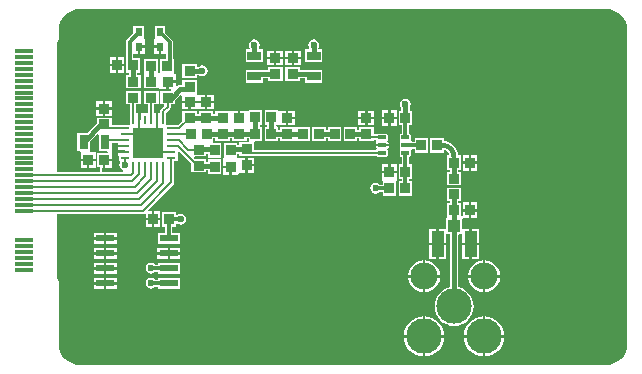
<source format=gbr>
%TF.GenerationSoftware,Altium Limited,Altium Designer,21.0.9 (235)*%
G04 Layer_Physical_Order=1*
G04 Layer_Color=255*
%FSLAX45Y45*%
%MOMM*%
%TF.SameCoordinates,AC475015-D6B4-46CC-9676-AAA7C481E667*%
%TF.FilePolarity,Positive*%
%TF.FileFunction,Copper,L1,Top,Signal*%
%TF.Part,Single*%
G01*
G75*
%TA.AperFunction,Conductor*%
%ADD10C,0.40000*%
%TA.AperFunction,SMDPad,CuDef*%
%ADD11R,1.00000X1.00000*%
%ADD12R,1.00000X2.20000*%
%TA.AperFunction,ConnectorPad*%
%ADD13R,1.50000X0.35000*%
%TA.AperFunction,SMDPad,CuDef*%
%ADD14R,0.85000X0.95000*%
%ADD15R,0.95000X0.85000*%
%ADD16R,1.55000X0.60000*%
%ADD17R,2.64160X2.64160*%
%ADD18R,0.75720X0.25480*%
%ADD19R,0.25480X0.75720*%
G04:AMPARAMS|DCode=20|XSize=0.35mm|YSize=0.65mm|CornerRadius=0.04375mm|HoleSize=0mm|Usage=FLASHONLY|Rotation=270.000|XOffset=0mm|YOffset=0mm|HoleType=Round|Shape=RoundedRectangle|*
%AMROUNDEDRECTD20*
21,1,0.35000,0.56250,0,0,270.0*
21,1,0.26250,0.65000,0,0,270.0*
1,1,0.08750,-0.28125,-0.13125*
1,1,0.08750,-0.28125,0.13125*
1,1,0.08750,0.28125,0.13125*
1,1,0.08750,0.28125,-0.13125*
%
%ADD20ROUNDEDRECTD20*%
%ADD21R,0.80000X1.20000*%
%ADD22R,0.60000X0.80000*%
%ADD23R,1.20000X0.80000*%
%TA.AperFunction,Conductor*%
%ADD24C,0.30000*%
%ADD25C,0.20000*%
%TA.AperFunction,ComponentPad*%
%ADD26C,2.30000*%
%ADD27C,3.00000*%
%TA.AperFunction,ViaPad*%
G04:AMPARAMS|DCode=28|XSize=8.5mm|YSize=7mm|CornerRadius=3.5mm|HoleSize=0mm|Usage=FLASHONLY|Rotation=180.000|XOffset=0mm|YOffset=0mm|HoleType=Round|Shape=RoundedRectangle|*
%AMROUNDEDRECTD28*
21,1,8.50000,0.00000,0,0,180.0*
21,1,1.50000,7.00000,0,0,180.0*
1,1,7.00000,-0.75000,0.00000*
1,1,7.00000,0.75000,0.00000*
1,1,7.00000,0.75000,0.00000*
1,1,7.00000,-0.75000,0.00000*
%
%ADD28ROUNDEDRECTD28*%
%ADD29C,0.70000*%
%ADD30C,0.60000*%
G36*
X4724999Y-17895D02*
X4760526Y-21394D01*
X4794688Y-31757D01*
X4826172Y-48585D01*
X4853768Y-71233D01*
X4876415Y-98828D01*
X4893243Y-130312D01*
X4903606Y-164474D01*
X4907106Y-200002D01*
X4907155D01*
X4907155Y-200002D01*
Y-2850000D01*
X4907105D01*
X4903606Y-2885527D01*
X4893243Y-2919689D01*
X4876414Y-2951173D01*
X4853767Y-2978769D01*
X4826171Y-3001416D01*
X4794687Y-3018245D01*
X4760525Y-3028608D01*
X4724998Y-3032107D01*
Y-3032157D01*
X275000D01*
Y-3032107D01*
X239473Y-3028608D01*
X205311Y-3018245D01*
X173827Y-3001416D01*
X146231Y-2978769D01*
X123584Y-2951173D01*
X106755Y-2919689D01*
X96392Y-2885527D01*
X92893Y-2850000D01*
X92843D01*
Y-2372504D01*
X92843Y-2372502D01*
X92843Y-2372500D01*
Y-2342500D01*
X93083D01*
X90763Y-2324879D01*
X83961Y-2308459D01*
X75000Y-2296780D01*
Y-1750489D01*
X807501D01*
X814799Y-1749037D01*
X823478Y-1753669D01*
X827500Y-1756978D01*
Y-1787500D01*
X880000D01*
Y-1730000D01*
X855141D01*
X850281Y-1718267D01*
X1064634Y-1503914D01*
X1070159Y-1495644D01*
X1072100Y-1485890D01*
Y-1302740D01*
X1099470D01*
Y-1257740D01*
X1104470D01*
Y-1229611D01*
X1116203Y-1224751D01*
X1215000Y-1323548D01*
Y-1400000D01*
X1340000D01*
Y-1380686D01*
X1355000D01*
Y-1415000D01*
X1470000D01*
Y-1290000D01*
X1355000D01*
Y-1309314D01*
X1340000D01*
Y-1285000D01*
X1248608D01*
X1241263Y-1276094D01*
X1246003Y-1265000D01*
X1340000D01*
Y-1240686D01*
X1355000D01*
Y-1275000D01*
X1470000D01*
Y-1150000D01*
X1402983D01*
X1402500Y-1137500D01*
X1402500Y-1137300D01*
Y-1110686D01*
X1417500D01*
Y-1132500D01*
X1542500D01*
Y-1110686D01*
X1557500D01*
Y-1132500D01*
X1682500D01*
Y-1110686D01*
X1700000D01*
Y-1134800D01*
X1700000Y-1137500D01*
X1693482Y-1147500D01*
X1620000D01*
Y-1169314D01*
X1605000D01*
Y-1150000D01*
X1490000D01*
Y-1272300D01*
X1490000Y-1274371D01*
X1485000Y-1285000D01*
X1485000Y-1285629D01*
Y-1342500D01*
X1547500D01*
Y-1352500D01*
X1557500D01*
Y-1420000D01*
X1610000D01*
Y-1413129D01*
X1615000Y-1402500D01*
X1622700Y-1402500D01*
X1672500D01*
Y-1340001D01*
Y-1277500D01*
X1616664Y-1277500D01*
X1614185Y-1276968D01*
X1605000Y-1270981D01*
Y-1240686D01*
X1620000D01*
Y-1262500D01*
X1745000D01*
Y-1260489D01*
X2789335D01*
X2790407Y-1262093D01*
X2796816Y-1266375D01*
X2804375Y-1267879D01*
X2860625D01*
X2868185Y-1266375D01*
X2874594Y-1262093D01*
X2878876Y-1255684D01*
X2880380Y-1248125D01*
Y-1221875D01*
X2878876Y-1214315D01*
X2874594Y-1207907D01*
X2880813Y-1196787D01*
X2883586Y-1192637D01*
X2885478Y-1183126D01*
Y-1180001D01*
X2832500D01*
X2779523D01*
Y-1183126D01*
X2781415Y-1192637D01*
X2784188Y-1196787D01*
X2784202Y-1196812D01*
X2779107Y-1208943D01*
X2778577Y-1209510D01*
X1745000D01*
Y-1150200D01*
X1745000Y-1147500D01*
X1751519Y-1137500D01*
X1815000D01*
Y-1012500D01*
X1793186D01*
Y-997500D01*
X1815000D01*
Y-872500D01*
X1700000D01*
Y-877017D01*
X1687500Y-877500D01*
X1687300Y-877500D01*
X1630000D01*
Y-940000D01*
X1610000D01*
Y-877500D01*
X1553129D01*
X1552500Y-877500D01*
X1541871Y-882500D01*
X1539800Y-882500D01*
X1417500D01*
Y-904314D01*
X1402500D01*
Y-882500D01*
X1277500D01*
Y-904314D01*
X1262500D01*
Y-882500D01*
X1137500D01*
Y-966452D01*
X1110566Y-993387D01*
X1099470Y-997260D01*
X1099470Y-997260D01*
Y-997260D01*
X1099469Y-997260D01*
X1002740D01*
Y-900531D01*
X1002740Y-900530D01*
X1002740D01*
X1002740Y-900530D01*
X1006613Y-889434D01*
X1033024Y-863024D01*
X1038550Y-854754D01*
X1040490Y-845000D01*
Y-825000D01*
X1077500D01*
Y-788003D01*
X1119800Y-745703D01*
X1132500Y-750963D01*
Y-795000D01*
X1200000D01*
Y-805000D01*
X1210000D01*
Y-867500D01*
X1259800D01*
X1267500Y-867500D01*
X1280200Y-867500D01*
X1330001D01*
Y-805000D01*
Y-742500D01*
X1280200D01*
X1267500Y-742500D01*
X1262500Y-731872D01*
X1262500Y-729800D01*
Y-617500D01*
X1137500D01*
Y-659314D01*
X1120036D01*
X1106380Y-662031D01*
X1095200Y-669500D01*
X1089635Y-668430D01*
X1082500Y-665475D01*
Y-642501D01*
X1025000D01*
Y-695000D01*
X1040190D01*
X1046978Y-707700D01*
X1045441Y-710000D01*
X952500D01*
Y-825000D01*
X981644D01*
X986252Y-837700D01*
X956976Y-866976D01*
X951451Y-875245D01*
X949510Y-885000D01*
Y-895530D01*
X935000D01*
Y-953390D01*
X915000D01*
Y-895530D01*
X900490D01*
Y-825000D01*
X937500D01*
Y-710000D01*
X812500D01*
Y-825000D01*
X849510D01*
Y-900530D01*
X807740D01*
Y-895530D01*
X784999D01*
Y-953390D01*
X764999D01*
Y-895530D01*
X750490D01*
Y-825000D01*
X787500D01*
Y-710000D01*
X662500D01*
Y-825000D01*
X699510D01*
Y-900530D01*
X697260D01*
Y-997260D01*
X600530D01*
Y-999510D01*
X540000D01*
Y-937500D01*
X415000D01*
Y-982033D01*
X329533Y-1067500D01*
X250000D01*
Y-1217500D01*
X273481D01*
X280000Y-1227500D01*
X280000Y-1230200D01*
Y-1285000D01*
X342499D01*
X405000D01*
Y-1227500D01*
X366519D01*
X360000Y-1217500D01*
X360000Y-1214800D01*
Y-1137967D01*
X418267Y-1079700D01*
X430000Y-1084561D01*
Y-1217500D01*
X501342D01*
X510383Y-1230200D01*
X509586Y-1232500D01*
X420000D01*
Y-1357500D01*
X442923D01*
X446264Y-1362500D01*
Y-1399510D01*
X75000D01*
Y-303220D01*
X83961Y-291541D01*
X90763Y-275121D01*
X93083Y-257500D01*
X92843D01*
Y-200002D01*
X92891D01*
X96390Y-164475D01*
X106753Y-130312D01*
X123582Y-98829D01*
X146229Y-71233D01*
X173825Y-48585D01*
X205309Y-31757D01*
X239471Y-21394D01*
X274998Y-17895D01*
X275000Y-17845D01*
X4724999D01*
Y-17895D01*
D02*
G37*
G36*
X595530Y-1165000D02*
X653390D01*
Y-1185000D01*
X595530D01*
Y-1207740D01*
X595530D01*
Y-1215000D01*
X653390D01*
Y-1235000D01*
X595530D01*
Y-1257740D01*
X600530D01*
Y-1302740D01*
X608001D01*
X614789Y-1315440D01*
X610111Y-1322442D01*
X606619Y-1340000D01*
X610111Y-1357558D01*
X620057Y-1372443D01*
X634942Y-1382389D01*
X637500Y-1382898D01*
Y-1399510D01*
X462500D01*
Y-1362500D01*
X467499D01*
Y-1295000D01*
X477499D01*
Y-1285000D01*
X540000D01*
Y-1227500D01*
X540000D01*
X540001Y-1217499D01*
X540000D01*
Y-1150490D01*
X595530D01*
Y-1165000D01*
D02*
G37*
%LPC*%
G36*
X820000Y-345000D02*
X780000D01*
Y-395000D01*
X820000D01*
Y-345000D01*
D02*
G37*
G36*
X940000Y-345000D02*
X900000D01*
Y-395000D01*
X940000D01*
Y-345000D01*
D02*
G37*
G36*
X2142500Y-370000D02*
X2085000D01*
Y-422500D01*
X2142500D01*
Y-370000D01*
D02*
G37*
G36*
X1992500D02*
X1935000D01*
Y-422500D01*
X1992500D01*
Y-370000D01*
D02*
G37*
G36*
X1915000D02*
X1857500D01*
Y-422500D01*
X1915000D01*
Y-370000D01*
D02*
G37*
G36*
X2065000D02*
X2007500D01*
Y-422500D01*
X2065000D01*
Y-370000D01*
D02*
G37*
G36*
X2250000Y-274119D02*
X2232442Y-277611D01*
X2217557Y-287557D01*
X2207611Y-302442D01*
X2204119Y-320000D01*
X2207611Y-337558D01*
X2214121Y-347300D01*
X2211767Y-360000D01*
X2175000D01*
Y-470000D01*
X2325000D01*
Y-360000D01*
X2288233D01*
X2285880Y-347300D01*
X2292389Y-337558D01*
X2295882Y-320000D01*
X2292389Y-302442D01*
X2282443Y-287557D01*
X2267558Y-277611D01*
X2250000Y-274119D01*
D02*
G37*
G36*
X1750000D02*
X1732442Y-277611D01*
X1717557Y-287557D01*
X1707611Y-302442D01*
X1704119Y-320000D01*
X1707611Y-337558D01*
X1714121Y-347300D01*
X1711767Y-360000D01*
X1675000D01*
Y-470000D01*
X1825000D01*
Y-360000D01*
X1788233D01*
X1785880Y-347300D01*
X1792389Y-337558D01*
X1795882Y-320000D01*
X1792389Y-302442D01*
X1782443Y-287557D01*
X1767558Y-277611D01*
X1750000Y-274119D01*
D02*
G37*
G36*
X647500Y-425000D02*
X595000D01*
Y-482500D01*
X647500D01*
Y-425000D01*
D02*
G37*
G36*
X575000D02*
X522500D01*
Y-482500D01*
X575000D01*
Y-425000D01*
D02*
G37*
G36*
X2142500Y-442500D02*
X2085000D01*
Y-495000D01*
X2142500D01*
Y-442500D01*
D02*
G37*
G36*
X2065000D02*
X2007500D01*
Y-495000D01*
X2065000D01*
Y-442500D01*
D02*
G37*
G36*
X1992500D02*
X1935000D01*
Y-495000D01*
X1992500D01*
Y-442500D01*
D02*
G37*
G36*
X1915000D02*
X1857500D01*
Y-495000D01*
X1915000D01*
Y-442500D01*
D02*
G37*
G36*
X1987500Y-510000D02*
X1862500D01*
Y-531814D01*
X1825000D01*
Y-530000D01*
X1675000D01*
Y-640000D01*
X1825000D01*
Y-603186D01*
X1862500D01*
Y-625000D01*
X1987500D01*
Y-510000D01*
D02*
G37*
G36*
X647500Y-502500D02*
X595000D01*
Y-560000D01*
X647500D01*
Y-502500D01*
D02*
G37*
G36*
X575000D02*
X522500D01*
Y-560000D01*
X575000D01*
Y-502500D01*
D02*
G37*
G36*
X995000Y-160000D02*
X905000D01*
Y-264371D01*
X900000Y-275000D01*
X900000D01*
X900000Y-275001D01*
Y-325000D01*
X950000D01*
Y-335000D01*
X960000D01*
Y-395000D01*
X1000000D01*
X1001912Y-406908D01*
Y-437500D01*
X952500D01*
X952500Y-559371D01*
X952155Y-560104D01*
X935983Y-565117D01*
X932520Y-563012D01*
X932500Y-562500D01*
X932500D01*
Y-437500D01*
X817500D01*
Y-562500D01*
X817500D01*
X817017Y-575000D01*
X812500D01*
Y-690000D01*
X934800D01*
X936872Y-690000D01*
X947500Y-695000D01*
X948129Y-695000D01*
X1005000D01*
Y-632501D01*
X1015000D01*
Y-622501D01*
X1082500D01*
Y-570000D01*
X1077094D01*
X1067500Y-562500D01*
X1067500Y-557300D01*
Y-437500D01*
X1063088D01*
Y-297501D01*
X1063088Y-297500D01*
X1060759Y-285794D01*
X1054129Y-275871D01*
X1054128Y-275870D01*
X995000Y-216742D01*
Y-160000D01*
D02*
G37*
G36*
X1262500Y-482500D02*
X1137500D01*
Y-597500D01*
X1262500D01*
Y-575686D01*
X1279910D01*
X1289942Y-582389D01*
X1307500Y-585881D01*
X1325058Y-582389D01*
X1339943Y-572443D01*
X1349889Y-557558D01*
X1353382Y-540000D01*
X1349889Y-522442D01*
X1339943Y-507557D01*
X1325058Y-497611D01*
X1307500Y-494118D01*
X1289942Y-497611D01*
X1279910Y-504314D01*
X1262500D01*
Y-482500D01*
D02*
G37*
G36*
X2137500Y-510000D02*
X2012500D01*
Y-625000D01*
X2137500D01*
Y-603186D01*
X2175000D01*
Y-640000D01*
X2325000D01*
Y-530000D01*
X2175000D01*
Y-531814D01*
X2137500D01*
Y-510000D01*
D02*
G37*
G36*
X815000Y-160000D02*
X725000D01*
Y-216742D01*
X670871Y-270871D01*
X664241Y-280795D01*
X661912Y-292500D01*
X661912Y-292501D01*
Y-464999D01*
X661912Y-465000D01*
X662500Y-467956D01*
Y-555000D01*
X684314D01*
Y-575000D01*
X662500D01*
Y-690000D01*
X787500D01*
Y-575000D01*
X755686D01*
Y-555000D01*
X777500D01*
Y-430000D01*
X723088D01*
Y-395000D01*
X760000D01*
Y-335000D01*
X770000D01*
Y-325000D01*
X820000D01*
Y-275000D01*
X820000D01*
X815000Y-269999D01*
Y-160000D01*
D02*
G37*
G36*
X1350001Y-742500D02*
Y-795000D01*
X1407500D01*
Y-742500D01*
X1350001D01*
D02*
G37*
G36*
X545000Y-797500D02*
X487500D01*
Y-850000D01*
X545000D01*
Y-797500D01*
D02*
G37*
G36*
X467500D02*
X410000D01*
Y-850000D01*
X467500D01*
Y-797500D01*
D02*
G37*
G36*
X1407500Y-815000D02*
X1350001D01*
Y-867500D01*
X1407500D01*
Y-815000D01*
D02*
G37*
G36*
X1190000D02*
X1132500D01*
Y-867500D01*
X1190000D01*
Y-815000D01*
D02*
G37*
G36*
X545000Y-870000D02*
X487500D01*
Y-922500D01*
X545000D01*
Y-870000D01*
D02*
G37*
G36*
X467500D02*
X410000D01*
Y-922500D01*
X467500D01*
Y-870000D01*
D02*
G37*
G36*
X2955000Y-872500D02*
X2902500D01*
Y-930000D01*
X2955000D01*
Y-872500D01*
D02*
G37*
G36*
X2882500D02*
X2830000D01*
Y-930000D01*
X2882500D01*
Y-872500D01*
D02*
G37*
G36*
X2037500Y-877500D02*
Y-930000D01*
X2095000D01*
Y-877500D01*
X2037500D01*
D02*
G37*
G36*
X2765000D02*
X2707500D01*
Y-930000D01*
X2765000D01*
Y-877500D01*
D02*
G37*
G36*
X2687500D02*
X2630000D01*
Y-930000D01*
X2687500D01*
Y-877500D01*
D02*
G37*
G36*
X2765000Y-950000D02*
X2707500D01*
Y-1002500D01*
X2765000D01*
Y-950000D01*
D02*
G37*
G36*
X2687500D02*
X2630000D01*
Y-1002500D01*
X2687500D01*
Y-950000D01*
D02*
G37*
G36*
X2095000D02*
X2037500D01*
Y-1002500D01*
X2095000D01*
Y-950000D01*
D02*
G37*
G36*
X1950000Y-872500D02*
X1949371Y-872500D01*
X1835000D01*
Y-997500D01*
X1856814D01*
Y-1012500D01*
X1835000D01*
Y-1137500D01*
X1950000D01*
Y-1110686D01*
X1965000D01*
Y-1132500D01*
X2090000D01*
Y-1110686D01*
X2105000D01*
Y-1137500D01*
X2220000D01*
Y-1012500D01*
X2105000D01*
Y-1039314D01*
X2090000D01*
Y-1017500D01*
X1965000D01*
Y-1039314D01*
X1950000D01*
Y-1012500D01*
X1940127D01*
X1934867Y-999800D01*
X1937166Y-997500D01*
X1949372Y-997500D01*
X1960000Y-1002500D01*
X1960629Y-1002500D01*
X2017500D01*
Y-940000D01*
Y-877500D01*
X1962700D01*
X1960629Y-877500D01*
X1950000Y-872500D01*
D02*
G37*
G36*
X2955000Y-950000D02*
X2902500D01*
Y-1007500D01*
X2955000D01*
Y-950000D01*
D02*
G37*
G36*
X2882500D02*
X2830000D01*
Y-1007500D01*
X2882500D01*
Y-950000D01*
D02*
G37*
G36*
X2485000Y-1012500D02*
X2370000D01*
Y-1039314D01*
X2355000D01*
Y-1012500D01*
X2240000D01*
Y-1137500D01*
X2355000D01*
Y-1110686D01*
X2370000D01*
Y-1137500D01*
X2485000D01*
Y-1012500D01*
D02*
G37*
G36*
X2620000D02*
X2505000D01*
Y-1137500D01*
X2620000D01*
Y-1110686D01*
X2635000D01*
Y-1132500D01*
X2760000D01*
Y-1130490D01*
X2778579D01*
X2779113Y-1131061D01*
X2784204Y-1143187D01*
X2784189Y-1143213D01*
X2781415Y-1147366D01*
X2779523Y-1156876D01*
Y-1160001D01*
X2832500D01*
X2885478D01*
Y-1156876D01*
X2883586Y-1147366D01*
X2880812Y-1143213D01*
X2874594Y-1132093D01*
X2878876Y-1125685D01*
X2880380Y-1118125D01*
Y-1091875D01*
X2878876Y-1084316D01*
X2874594Y-1077907D01*
X2868185Y-1073624D01*
X2860625Y-1072121D01*
X2804375D01*
X2796816Y-1073624D01*
X2790407Y-1077907D01*
X2789335Y-1079510D01*
X2760000D01*
Y-1017500D01*
X2635000D01*
Y-1039314D01*
X2620000D01*
Y-1012500D01*
D02*
G37*
G36*
X3027500Y-776618D02*
X3009942Y-780111D01*
X2995057Y-790057D01*
X2985111Y-804942D01*
X2981618Y-822500D01*
X2985111Y-840058D01*
X2991814Y-850090D01*
Y-877500D01*
X2970000D01*
Y-1002500D01*
X2996912D01*
Y-1072611D01*
X2991815Y-1073624D01*
X2985407Y-1077907D01*
X2981124Y-1084316D01*
X2979621Y-1091875D01*
Y-1118125D01*
X2981124Y-1125685D01*
X2985407Y-1132093D01*
X2985407Y-1142907D01*
X2981125Y-1149315D01*
X2979621Y-1156875D01*
Y-1183125D01*
X2981125Y-1190684D01*
X2985407Y-1197093D01*
X2985407Y-1207907D01*
X2981124Y-1214315D01*
X2979621Y-1221875D01*
Y-1248125D01*
X2981124Y-1255684D01*
X2985407Y-1262093D01*
X2991815Y-1266375D01*
X2996912Y-1267389D01*
Y-1332500D01*
X2970000D01*
Y-1457500D01*
X2996912D01*
Y-1472500D01*
X2970000D01*
Y-1597500D01*
X3085000D01*
Y-1472500D01*
X3058088D01*
Y-1457500D01*
X3085000D01*
Y-1332500D01*
X3058088D01*
Y-1267389D01*
X3063185Y-1266375D01*
X3069594Y-1262093D01*
X3073876Y-1255684D01*
X3075380Y-1248125D01*
Y-1221875D01*
X3073876Y-1214315D01*
X3073189Y-1213288D01*
X3079760Y-1200588D01*
X3105000D01*
Y-1232500D01*
X3220000D01*
Y-1107500D01*
X3105000D01*
Y-1139412D01*
X3079760D01*
X3073189Y-1126712D01*
X3073876Y-1125685D01*
X3075380Y-1118125D01*
Y-1091875D01*
X3073876Y-1084316D01*
X3069594Y-1077907D01*
X3063185Y-1073624D01*
X3058088Y-1072611D01*
Y-1002500D01*
X3085000D01*
Y-877500D01*
X3063186D01*
Y-850090D01*
X3069889Y-840058D01*
X3073381Y-822500D01*
X3069889Y-804942D01*
X3059943Y-790057D01*
X3045058Y-780111D01*
X3027500Y-776618D01*
D02*
G37*
G36*
X3637500Y-1250000D02*
X3585000D01*
Y-1307500D01*
X3637500D01*
Y-1250000D01*
D02*
G37*
G36*
X3565000D02*
X3512500D01*
Y-1307500D01*
X3565000D01*
Y-1250000D01*
D02*
G37*
G36*
X1692500Y-1277500D02*
Y-1330001D01*
X1750000D01*
Y-1277500D01*
X1692500D01*
D02*
G37*
G36*
X405000Y-1305000D02*
X352499D01*
Y-1362500D01*
X405000D01*
Y-1305000D01*
D02*
G37*
G36*
X332499D02*
X280000D01*
Y-1362500D01*
X332499D01*
Y-1305000D01*
D02*
G37*
G36*
X2955000Y-1327500D02*
X2902500D01*
Y-1385000D01*
X2955000D01*
Y-1327500D01*
D02*
G37*
G36*
X3637500Y-1327500D02*
X3585000D01*
Y-1385000D01*
X3637500D01*
Y-1327500D01*
D02*
G37*
G36*
X3565000D02*
X3512500D01*
Y-1385000D01*
X3565000D01*
Y-1327500D01*
D02*
G37*
G36*
X2882500Y-1327500D02*
X2830000D01*
Y-1385000D01*
X2882500D01*
Y-1327500D01*
D02*
G37*
G36*
X1750000Y-1350001D02*
X1692500D01*
Y-1402500D01*
X1750000D01*
Y-1350001D01*
D02*
G37*
G36*
X1537500Y-1362500D02*
X1485000D01*
Y-1420000D01*
X1537500D01*
Y-1362500D01*
D02*
G37*
G36*
X2955000Y-1405000D02*
X2892500D01*
X2830000D01*
Y-1461871D01*
X2830000Y-1462500D01*
X2835000Y-1473129D01*
X2835000Y-1475200D01*
Y-1504412D01*
X2808683D01*
X2807443Y-1502557D01*
X2792558Y-1492611D01*
X2775000Y-1489118D01*
X2757442Y-1492611D01*
X2742557Y-1502557D01*
X2732611Y-1517442D01*
X2729118Y-1535000D01*
X2732611Y-1552558D01*
X2742557Y-1567443D01*
X2757442Y-1577389D01*
X2775000Y-1580882D01*
X2792558Y-1577389D01*
X2807443Y-1567443D01*
X2808683Y-1565588D01*
X2835000D01*
Y-1597500D01*
X2950000D01*
Y-1475200D01*
X2950000Y-1473129D01*
X2955000Y-1462500D01*
X2955000Y-1461871D01*
Y-1405000D01*
D02*
G37*
G36*
X3355000Y-1107500D02*
X3240000D01*
Y-1232500D01*
X3355000D01*
Y-1218015D01*
X3358607Y-1215054D01*
X3367700Y-1211861D01*
X3385947Y-1224053D01*
X3398139Y-1242300D01*
X3394946Y-1251392D01*
X3391985Y-1255000D01*
X3382500D01*
Y-1380000D01*
X3404314D01*
Y-1394999D01*
X3377500D01*
Y-1510000D01*
X3502500D01*
Y-1394999D01*
X3475686D01*
Y-1380000D01*
X3497500D01*
Y-1255000D01*
X3474190D01*
X3471525Y-1234758D01*
X3457922Y-1201918D01*
X3436283Y-1173717D01*
X3408082Y-1152078D01*
X3375242Y-1138475D01*
X3355000Y-1135810D01*
Y-1107500D01*
D02*
G37*
G36*
X3637500Y-1655000D02*
X3584999D01*
Y-1712499D01*
X3637500D01*
Y-1655000D01*
D02*
G37*
G36*
X3564999D02*
X3512500D01*
Y-1712499D01*
X3564999D01*
Y-1655000D01*
D02*
G37*
G36*
X952500Y-1730000D02*
X900000D01*
Y-1787500D01*
X952500D01*
Y-1730000D01*
D02*
G37*
G36*
X3637500Y-1732499D02*
X3584999D01*
Y-1790000D01*
X3637500D01*
Y-1732499D01*
D02*
G37*
G36*
X1082500Y-1735000D02*
X967500D01*
Y-1860000D01*
X994412D01*
Y-1915000D01*
X932500D01*
Y-2005000D01*
X1117500D01*
Y-1915000D01*
X1055587D01*
Y-1860000D01*
X1082500D01*
Y-1837335D01*
X1085841Y-1834879D01*
X1095200Y-1831709D01*
X1107442Y-1839889D01*
X1125000Y-1843382D01*
X1142558Y-1839889D01*
X1157443Y-1829943D01*
X1167389Y-1815058D01*
X1170882Y-1797500D01*
X1167389Y-1779942D01*
X1157443Y-1765057D01*
X1142558Y-1755111D01*
X1125000Y-1751619D01*
X1107442Y-1755111D01*
X1095200Y-1763291D01*
X1085841Y-1760121D01*
X1082500Y-1757665D01*
Y-1735000D01*
D02*
G37*
G36*
X952500Y-1807500D02*
X900000D01*
Y-1865000D01*
X952500D01*
Y-1807500D01*
D02*
G37*
G36*
X880000D02*
X827500D01*
Y-1865000D01*
X880000D01*
Y-1807500D01*
D02*
G37*
G36*
X582500Y-1910000D02*
X495000D01*
Y-1950000D01*
X582500D01*
Y-1910000D01*
D02*
G37*
G36*
X475000D02*
X387500D01*
Y-1950000D01*
X475000D01*
Y-1910000D01*
D02*
G37*
G36*
X3589691Y-1877481D02*
Y-1997481D01*
X3649691D01*
Y-1877481D01*
X3589691D01*
D02*
G37*
G36*
X3502500Y-1530000D02*
X3377500D01*
Y-1645000D01*
X3404314D01*
Y-1660000D01*
X3382500D01*
Y-1785000D01*
X3374992Y-1790081D01*
X3374992D01*
Y-1866728D01*
X3370291Y-1877480D01*
X3362292Y-1877481D01*
X3310291D01*
Y-1997481D01*
X3370291D01*
Y-1930834D01*
X3374992Y-1920081D01*
X3382992Y-1920080D01*
X3404314D01*
Y-2373301D01*
X3376552Y-2381722D01*
X3347887Y-2397044D01*
X3322763Y-2417663D01*
X3302144Y-2442787D01*
X3286822Y-2471452D01*
X3277387Y-2502554D01*
X3274202Y-2534900D01*
X3277387Y-2567246D01*
X3286822Y-2598348D01*
X3302144Y-2627013D01*
X3322763Y-2652137D01*
X3347887Y-2672756D01*
X3376552Y-2688077D01*
X3407654Y-2697513D01*
X3440000Y-2700698D01*
X3472346Y-2697513D01*
X3503448Y-2688077D01*
X3532113Y-2672756D01*
X3557237Y-2652137D01*
X3577856Y-2627013D01*
X3593177Y-2598348D01*
X3602613Y-2567246D01*
X3605798Y-2534900D01*
X3602613Y-2502554D01*
X3593177Y-2471452D01*
X3577856Y-2442787D01*
X3557237Y-2417663D01*
X3532113Y-2397044D01*
X3503448Y-2381722D01*
X3475686Y-2373301D01*
Y-1929061D01*
X3484666Y-1920080D01*
X3504991Y-1920081D01*
X3509691Y-1930834D01*
Y-1997481D01*
X3569691D01*
Y-1877481D01*
X3517692D01*
X3509692Y-1877480D01*
X3504992Y-1866727D01*
Y-1802199D01*
X3504997Y-1799583D01*
X3512474Y-1790034D01*
X3517658Y-1790000D01*
X3520609Y-1790000D01*
X3564999D01*
Y-1732499D01*
X3512500D01*
Y-1770787D01*
X3501462Y-1779585D01*
X3499795Y-1779839D01*
X3497500Y-1779048D01*
Y-1660000D01*
X3475686D01*
Y-1645000D01*
X3502500D01*
Y-1530000D01*
D02*
G37*
G36*
X3290291Y-1877481D02*
X3230292D01*
Y-1997481D01*
X3290291D01*
Y-1877481D01*
D02*
G37*
G36*
X582500Y-1970000D02*
X495000D01*
Y-2010000D01*
X582500D01*
Y-1970000D01*
D02*
G37*
G36*
X475000D02*
X387500D01*
Y-2010000D01*
X475000D01*
Y-1970000D01*
D02*
G37*
G36*
X582500Y-2037000D02*
X495000D01*
Y-2077000D01*
X582500D01*
Y-2037000D01*
D02*
G37*
G36*
X475000D02*
X387500D01*
Y-2077000D01*
X475000D01*
Y-2037000D01*
D02*
G37*
G36*
X1122499D02*
X1034999D01*
Y-2077000D01*
X1122499D01*
Y-2037000D01*
D02*
G37*
G36*
X1014999D02*
X927500D01*
Y-2077000D01*
X1014999D01*
Y-2037000D01*
D02*
G37*
G36*
X1122499Y-2097000D02*
X1034999D01*
Y-2137000D01*
X1122499D01*
Y-2097000D01*
D02*
G37*
G36*
X1014999D02*
X927500D01*
Y-2137000D01*
X1014999D01*
Y-2097000D01*
D02*
G37*
G36*
X582500Y-2097000D02*
X495000D01*
Y-2137000D01*
X582500D01*
Y-2097000D01*
D02*
G37*
G36*
X475000D02*
X387500D01*
Y-2137000D01*
X475000D01*
Y-2097000D01*
D02*
G37*
G36*
X3649691Y-2017481D02*
X3589691D01*
Y-2137481D01*
X3649691D01*
Y-2017481D01*
D02*
G37*
G36*
X3569691D02*
X3509691D01*
Y-2137481D01*
X3569691D01*
Y-2017481D01*
D02*
G37*
G36*
X3370291Y-2017481D02*
X3310291D01*
Y-2137481D01*
X3370291D01*
Y-2017481D01*
D02*
G37*
G36*
X3290291D02*
X3230292D01*
Y-2137481D01*
X3290291D01*
Y-2017481D01*
D02*
G37*
G36*
X582500Y-2164000D02*
X495000D01*
Y-2204000D01*
X582500D01*
Y-2164000D01*
D02*
G37*
G36*
X475000D02*
X387500D01*
Y-2204000D01*
X475000D01*
Y-2164000D01*
D02*
G37*
G36*
X875000Y-2166618D02*
X857442Y-2170111D01*
X842557Y-2180057D01*
X832611Y-2194942D01*
X829118Y-2212500D01*
X832611Y-2230058D01*
X842557Y-2244943D01*
X857442Y-2254889D01*
X875000Y-2258382D01*
X892558Y-2254889D01*
X907443Y-2244943D01*
X907681Y-2244588D01*
X932500D01*
Y-2259000D01*
X1117499D01*
Y-2169000D01*
X932500D01*
Y-2183412D01*
X909685D01*
X907443Y-2180057D01*
X892558Y-2170111D01*
X875000Y-2166618D01*
D02*
G37*
G36*
X582500Y-2224000D02*
X495000D01*
Y-2264000D01*
X582500D01*
Y-2224000D01*
D02*
G37*
G36*
X475000D02*
X387500D01*
Y-2264000D01*
X475000D01*
Y-2224000D01*
D02*
G37*
G36*
X3704000Y-2146052D02*
Y-2270899D01*
X3828848D01*
X3825525Y-2245658D01*
X3811922Y-2212818D01*
X3790283Y-2184617D01*
X3762082Y-2162978D01*
X3729242Y-2149375D01*
X3704000Y-2146052D01*
D02*
G37*
G36*
X3196000Y-2146052D02*
Y-2270899D01*
X3320848D01*
X3317525Y-2245658D01*
X3303922Y-2212818D01*
X3282283Y-2184617D01*
X3254082Y-2162978D01*
X3221242Y-2149375D01*
X3196000Y-2146052D01*
D02*
G37*
G36*
X3176000D02*
X3150758Y-2149375D01*
X3117918Y-2162978D01*
X3089717Y-2184617D01*
X3068078Y-2212818D01*
X3054475Y-2245658D01*
X3051152Y-2270899D01*
X3176000D01*
Y-2146052D01*
D02*
G37*
G36*
X3684001D02*
X3658758Y-2149375D01*
X3625918Y-2162978D01*
X3597717Y-2184617D01*
X3576078Y-2212818D01*
X3562475Y-2245658D01*
X3559152Y-2270899D01*
X3684001D01*
Y-2146052D01*
D02*
G37*
G36*
X582500Y-2291000D02*
X495000D01*
Y-2331000D01*
X582500D01*
Y-2291000D01*
D02*
G37*
G36*
X475000D02*
X387500D01*
Y-2331000D01*
X475000D01*
Y-2291000D01*
D02*
G37*
G36*
X875000Y-2293618D02*
X857442Y-2297111D01*
X842557Y-2307057D01*
X832611Y-2321942D01*
X829119Y-2339500D01*
X832611Y-2357058D01*
X842557Y-2371943D01*
X857442Y-2381889D01*
X875000Y-2385382D01*
X892558Y-2381889D01*
X907443Y-2371943D01*
X907681Y-2371588D01*
X932500D01*
Y-2386000D01*
X1117500D01*
Y-2296000D01*
X932500D01*
Y-2310412D01*
X909686D01*
X907443Y-2307057D01*
X892558Y-2297111D01*
X875000Y-2293618D01*
D02*
G37*
G36*
X582500Y-2351000D02*
X495000D01*
Y-2391000D01*
X582500D01*
Y-2351000D01*
D02*
G37*
G36*
X475000D02*
X387500D01*
Y-2391000D01*
X475000D01*
Y-2351000D01*
D02*
G37*
G36*
X3828848Y-2290899D02*
X3704000D01*
Y-2415748D01*
X3729242Y-2412425D01*
X3762082Y-2398822D01*
X3790283Y-2377183D01*
X3811922Y-2348982D01*
X3825525Y-2316142D01*
X3828848Y-2290899D01*
D02*
G37*
G36*
X3320848D02*
X3196000D01*
Y-2415748D01*
X3221242Y-2412425D01*
X3254082Y-2398822D01*
X3282283Y-2377183D01*
X3303922Y-2348982D01*
X3317525Y-2316142D01*
X3320848Y-2290899D01*
D02*
G37*
G36*
X3176000D02*
X3051152D01*
X3054475Y-2316142D01*
X3068078Y-2348982D01*
X3089717Y-2377183D01*
X3117918Y-2398822D01*
X3150758Y-2412425D01*
X3176000Y-2415748D01*
Y-2290899D01*
D02*
G37*
G36*
X3684001D02*
X3559152D01*
X3562475Y-2316142D01*
X3576078Y-2348982D01*
X3597717Y-2377183D01*
X3625918Y-2398822D01*
X3658758Y-2412425D01*
X3684001Y-2415748D01*
Y-2290899D01*
D02*
G37*
G36*
X3704000Y-2619063D02*
Y-2778900D01*
X3863838D01*
X3861540Y-2755574D01*
X3851819Y-2723529D01*
X3836033Y-2693996D01*
X3814790Y-2668110D01*
X3788904Y-2646866D01*
X3759371Y-2631081D01*
X3727326Y-2621360D01*
X3704000Y-2619063D01*
D02*
G37*
G36*
X3196000Y-2619062D02*
Y-2778900D01*
X3355838D01*
X3353540Y-2755574D01*
X3343819Y-2723529D01*
X3328033Y-2693996D01*
X3306790Y-2668110D01*
X3280904Y-2646866D01*
X3251371Y-2631081D01*
X3219326Y-2621360D01*
X3196000Y-2619062D01*
D02*
G37*
G36*
X3176000D02*
X3152674Y-2621360D01*
X3120629Y-2631081D01*
X3091096Y-2646866D01*
X3065210Y-2668110D01*
X3043966Y-2693996D01*
X3028181Y-2723529D01*
X3018460Y-2755574D01*
X3016162Y-2778900D01*
X3176000D01*
Y-2619062D01*
D02*
G37*
G36*
X3684001D02*
X3660674Y-2621360D01*
X3628629Y-2631081D01*
X3599096Y-2646866D01*
X3573210Y-2668110D01*
X3551966Y-2693996D01*
X3536181Y-2723529D01*
X3526460Y-2755574D01*
X3524162Y-2778900D01*
X3684001D01*
Y-2619062D01*
D02*
G37*
G36*
X3863838Y-2798900D02*
X3704000D01*
Y-2958737D01*
X3727326Y-2956440D01*
X3759371Y-2946719D01*
X3788904Y-2930933D01*
X3814790Y-2909690D01*
X3836033Y-2883804D01*
X3851819Y-2854271D01*
X3861540Y-2822226D01*
X3863838Y-2798900D01*
D02*
G37*
G36*
X3355838D02*
X3196000D01*
Y-2958738D01*
X3219326Y-2956440D01*
X3251371Y-2946719D01*
X3280904Y-2930933D01*
X3306790Y-2909690D01*
X3328033Y-2883804D01*
X3343819Y-2854271D01*
X3353540Y-2822226D01*
X3355838Y-2798900D01*
D02*
G37*
G36*
X3176000D02*
X3016162D01*
X3018460Y-2822226D01*
X3028181Y-2854271D01*
X3043966Y-2883804D01*
X3065210Y-2909690D01*
X3091096Y-2930933D01*
X3120629Y-2946719D01*
X3152674Y-2956440D01*
X3176000Y-2958738D01*
Y-2798900D01*
D02*
G37*
G36*
X3684001D02*
X3524162D01*
X3526460Y-2822226D01*
X3536181Y-2854271D01*
X3551966Y-2883804D01*
X3573210Y-2909690D01*
X3599096Y-2930933D01*
X3628629Y-2946719D01*
X3660674Y-2956440D01*
X3684001Y-2958738D01*
Y-2798900D01*
D02*
G37*
G36*
X540000Y-1305000D02*
X487499D01*
Y-1362500D01*
X540000D01*
Y-1305000D01*
D02*
G37*
%LPD*%
D10*
X3440000Y-1270000D02*
G03*
X3340000Y-1170000I-100000J0D01*
G01*
X2250000Y-415000D02*
Y-320000D01*
X1750000Y-415000D02*
Y-320000D01*
X2232500Y-567500D02*
X2250000Y-585000D01*
X2075000Y-567500D02*
X2232500D01*
X1750000Y-585000D02*
X1767500Y-567500D01*
X1925000D01*
X3027500Y-940000D02*
Y-822500D01*
X1277500Y-1342500D02*
X1280000Y-1345000D01*
X1412500D01*
X1277500Y-1207500D02*
X1280000Y-1205000D01*
X1412500D01*
X1547500D02*
X1682500D01*
X1340000Y-940000D02*
X1480000D01*
X1200000D02*
X1340000D01*
X1345000Y-1075000D02*
X1480000D01*
X1620000D01*
X1757500D01*
Y-935000D01*
X1892500Y-1075000D02*
Y-935000D01*
Y-1075000D02*
X2027500D01*
X2162500D01*
X2297500D02*
X2427500D01*
X2562500D02*
X2697500D01*
X3440000Y-2517408D02*
Y-1722500D01*
Y-1587500D01*
Y-1452500D02*
Y-1317500D01*
X3439992Y-2517417D02*
X3440000Y-2517408D01*
X305000Y-1142500D02*
X452500Y-995000D01*
X477500D01*
X1022500Y-767500D02*
X1047536D01*
X1120036Y-695000D01*
X1180000D01*
X1200000Y-675000D01*
Y-540000D02*
X1307500D01*
X720000Y-627500D02*
Y-492500D01*
X875000Y-632500D02*
Y-500000D01*
D11*
X3439992Y-1855081D02*
D03*
D12*
X3579691Y-2007481D02*
D03*
X3300292D02*
D03*
D13*
X-199999Y-1975000D02*
D03*
Y-2025000D02*
D03*
Y-2075000D02*
D03*
Y-2125000D02*
D03*
Y-2175000D02*
D03*
Y-2225000D02*
D03*
Y-1725000D02*
D03*
Y-1675000D02*
D03*
Y-1625000D02*
D03*
Y-1575000D02*
D03*
Y-1524999D02*
D03*
Y-1475000D02*
D03*
Y-1425000D02*
D03*
Y-1375000D02*
D03*
Y-1325000D02*
D03*
Y-1274999D02*
D03*
Y-1225000D02*
D03*
Y-1175000D02*
D03*
Y-1125000D02*
D03*
Y-1075000D02*
D03*
Y-1024999D02*
D03*
Y-975000D02*
D03*
Y-925000D02*
D03*
Y-875000D02*
D03*
Y-825000D02*
D03*
Y-774999D02*
D03*
Y-725000D02*
D03*
Y-675000D02*
D03*
Y-625000D02*
D03*
Y-575000D02*
D03*
Y-524999D02*
D03*
Y-475000D02*
D03*
Y-425000D02*
D03*
Y-375000D02*
D03*
D14*
X890000Y-1797500D02*
D03*
X1025000D02*
D03*
X875000Y-500000D02*
D03*
X1010000D02*
D03*
X585000Y-492500D02*
D03*
X720000D02*
D03*
X1892500Y-935000D02*
D03*
X1757500D02*
D03*
X2297500Y-1075000D02*
D03*
X2162500D02*
D03*
X3297500Y-1170000D02*
D03*
X3162500D02*
D03*
X3575000Y-1317500D02*
D03*
X3440000D02*
D03*
X3575000Y-1722500D02*
D03*
X3440000D02*
D03*
X1547500Y-1352500D02*
D03*
X1412500D02*
D03*
X1547500Y-1212500D02*
D03*
X1412500D02*
D03*
X342500Y-1295000D02*
D03*
X477500D02*
D03*
X2892500Y-1395000D02*
D03*
X3027500D02*
D03*
X2892500Y-940000D02*
D03*
X3027500D02*
D03*
X2562500Y-1075000D02*
D03*
X2427500D02*
D03*
X1210000D02*
D03*
X1345000D02*
D03*
X2892500Y-1535000D02*
D03*
X3027500D02*
D03*
X1892500Y-1075000D02*
D03*
X1757500D02*
D03*
D15*
X1200000Y-805000D02*
D03*
Y-940000D02*
D03*
X1340000Y-805000D02*
D03*
Y-940000D02*
D03*
X2697500Y-1075000D02*
D03*
Y-940000D02*
D03*
X1620000D02*
D03*
Y-1075000D02*
D03*
X2027500Y-940000D02*
D03*
Y-1075000D02*
D03*
X1682500Y-1205000D02*
D03*
Y-1340000D02*
D03*
X1015000Y-632500D02*
D03*
Y-767500D02*
D03*
X477500Y-995000D02*
D03*
Y-860000D02*
D03*
X875000Y-632500D02*
D03*
Y-767500D02*
D03*
X1200000Y-540000D02*
D03*
Y-675000D02*
D03*
X1925000Y-567500D02*
D03*
Y-432500D02*
D03*
X2075000Y-567500D02*
D03*
Y-432500D02*
D03*
X725000Y-767500D02*
D03*
Y-632500D02*
D03*
X1480000Y-1075000D02*
D03*
Y-940000D02*
D03*
X3440000Y-1452500D02*
D03*
Y-1587500D02*
D03*
X1277500Y-1207500D02*
D03*
Y-1342500D02*
D03*
D16*
X1025000Y-2341000D02*
D03*
X1024999Y-2214000D02*
D03*
Y-2087000D02*
D03*
X1025000Y-1960000D02*
D03*
X485000Y-2341000D02*
D03*
Y-2214000D02*
D03*
Y-2087000D02*
D03*
Y-1960000D02*
D03*
D17*
X850000Y-1150000D02*
D03*
D18*
X1046610Y-1025000D02*
D03*
Y-1075000D02*
D03*
X1046610Y-1125000D02*
D03*
Y-1175000D02*
D03*
X1046610Y-1225000D02*
D03*
Y-1275000D02*
D03*
X653390D02*
D03*
Y-1225000D02*
D03*
X653390Y-1175000D02*
D03*
Y-1125000D02*
D03*
X653390Y-1075000D02*
D03*
Y-1025000D02*
D03*
D19*
X975000Y-1346610D02*
D03*
X925000D02*
D03*
X875000Y-1346610D02*
D03*
X825000D02*
D03*
X775000Y-1346610D02*
D03*
X725000D02*
D03*
Y-953390D02*
D03*
X775000D02*
D03*
X825000Y-953390D02*
D03*
X875000D02*
D03*
X925000Y-953390D02*
D03*
X975000D02*
D03*
D20*
X3027500Y-1170000D02*
D03*
X2832500Y-1235000D02*
D03*
Y-1170001D02*
D03*
Y-1105000D02*
D03*
X3027500Y-1235000D02*
D03*
Y-1105000D02*
D03*
D21*
X305000Y-1142500D02*
D03*
X485000D02*
D03*
D22*
X770000Y-335000D02*
D03*
X950000D02*
D03*
Y-215000D02*
D03*
X770000D02*
D03*
D23*
X1750000Y-415000D02*
D03*
Y-585000D02*
D03*
X2250000Y-415000D02*
D03*
Y-585000D02*
D03*
D24*
X692500Y-465000D02*
X697500Y-470000D01*
X692500Y-292500D02*
X770000Y-215000D01*
X692500Y-465000D02*
Y-292500D01*
X950000Y-215000D02*
X1032500Y-297500D01*
X3027500Y-940000D02*
X3027500Y-940000D01*
Y-1105000D02*
Y-940000D01*
X1025000Y-1960000D02*
Y-1797500D01*
X1125000D01*
X876500Y-2341000D02*
X1025000D01*
X875000Y-2212500D02*
X876500Y-2214000D01*
X1024999D01*
X3027500Y-1535000D02*
Y-1395000D01*
Y-1235000D01*
X2775000Y-1535000D02*
X2892500D01*
X3027500Y-1170000D02*
X3162500D01*
X1032500Y-477500D02*
Y-297500D01*
D25*
X775000Y-1075000D02*
Y-953390D01*
Y-1150000D02*
Y-1075000D01*
X850000D01*
X653390D02*
X775000D01*
X850000Y-1150000D02*
Y-1075000D01*
X775000Y-1150000D02*
X850000D01*
X925000D02*
Y-953390D01*
X850000Y-1150000D02*
X925000D01*
X850000Y-1225000D02*
X1046610D01*
X850000D02*
Y-1150000D01*
X-199999Y-1425000D02*
X702501D01*
X725000Y-1402500D01*
X1015000Y-767500D02*
X1022500D01*
X1015000Y-845000D02*
Y-767500D01*
X975000Y-885000D02*
X1015000Y-845000D01*
X975000Y-953390D02*
Y-885000D01*
X1210000Y-1075000D02*
X1210000Y-1075000D01*
X1046610Y-1075000D02*
X1210000D01*
X1115000Y-1025000D02*
X1200000Y-940000D01*
X1046610Y-1025000D02*
X1115000D01*
X725000Y-953390D02*
Y-767500D01*
X875000Y-767500D02*
X875000Y-767500D01*
X875000Y-953390D02*
Y-767500D01*
X1270000Y-1342500D02*
X1277500D01*
X1102500Y-1175000D02*
X1270000Y-1342500D01*
X1046610Y-1175000D02*
X1102500D01*
X1190000Y-1207500D02*
X1277500D01*
X1107500Y-1125000D02*
X1190000Y-1207500D01*
X1046610Y-1125000D02*
X1107500D01*
X875000Y-1452500D02*
Y-1346610D01*
X752500Y-1575000D02*
X875000Y-1452500D01*
X650000Y-1342500D02*
X652500Y-1340000D01*
Y-1325000D01*
X653390Y-1324110D01*
Y-1275000D01*
X482500Y-1295000D02*
X512500D01*
X485000Y-1142500D02*
X502500Y-1125000D01*
X653390D01*
X477500Y-995000D02*
X507500Y-1025000D01*
X653390D01*
X-199999Y-1725000D02*
X807501D01*
X1046610Y-1485890D01*
Y-1275000D01*
X-199999Y-1675000D02*
X787500D01*
X975000Y-1487500D01*
Y-1346610D01*
X-199999Y-1625000D02*
X770000D01*
X925000Y-1470000D01*
Y-1346610D01*
X-199999Y-1575000D02*
X752500D01*
X-199999Y-1524999D02*
X735001D01*
X825000Y-1435000D01*
Y-1346610D01*
X-199999Y-1475000D02*
X712500D01*
X775000Y-1412500D01*
Y-1346610D01*
X725000Y-1402500D02*
Y-1346610D01*
X1702500Y-1235000D02*
X2832500D01*
X2697500Y-1075000D02*
X2727500Y-1105000D01*
X2832500D01*
X1200000Y-805000D02*
X1340000D01*
X720000Y-627500D02*
X725000Y-632500D01*
X875000Y-632500D02*
X875000Y-632500D01*
X1010000Y-500000D02*
X1032500Y-477500D01*
X697500Y-470000D02*
X720000Y-492500D01*
D26*
X3186000Y-2280900D02*
D03*
X3694000D02*
D03*
D27*
Y-2788900D02*
D03*
X3186000D02*
D03*
X3440000Y-2534900D02*
D03*
D28*
X4300000Y-1200000D02*
D03*
D29*
X4093223Y-1013223D02*
D03*
X4506777D02*
D03*
Y-1386777D02*
D03*
X4093223D02*
D03*
X3970000Y-1200000D02*
D03*
X4630000D02*
D03*
X4300000Y-1450000D02*
D03*
Y-950000D02*
D03*
D30*
X2802500Y-1027500D02*
D03*
X2250000Y-320000D02*
D03*
X1750000D02*
D03*
X2162498Y-262501D02*
D03*
X1887499Y-262501D02*
D03*
X1612499Y-262501D02*
D03*
X1612500Y-537501D02*
D03*
X2975000Y-1654999D02*
D03*
X600000Y-862500D02*
D03*
X755000Y-1800000D02*
D03*
X462500Y-192500D02*
D03*
X237502Y-262500D02*
D03*
X237502Y-537500D02*
D03*
X450000D02*
D03*
X850000Y-100000D02*
D03*
X1150000Y-1365000D02*
D03*
X1187501Y-1534999D02*
D03*
X1462500D02*
D03*
X1050001Y-1654999D02*
D03*
X1325001D02*
D03*
X1337500Y-262501D02*
D03*
X3537499Y-1087500D02*
D03*
X3812499Y-1087499D02*
D03*
X3812498Y-812500D02*
D03*
X3537498Y-812500D02*
D03*
X3262499D02*
D03*
X3537498Y-537501D02*
D03*
X3262498Y-537501D02*
D03*
X3262498Y-262501D02*
D03*
X2987498Y-537501D02*
D03*
X2712499D02*
D03*
X2712498Y-262501D02*
D03*
X2987498D02*
D03*
X2437499Y-537501D02*
D03*
X2437499Y-262501D02*
D03*
X2849999Y-812500D02*
D03*
X2712499D02*
D03*
X2574999D02*
D03*
X2437499D02*
D03*
X2299999D02*
D03*
X2162499D02*
D03*
X2025000D02*
D03*
X1887500D02*
D03*
X1750000D02*
D03*
X1612500D02*
D03*
X1475000D02*
D03*
X225002Y-2204999D02*
D03*
X225001Y-1929999D02*
D03*
X2700000Y-1654999D02*
D03*
X2425000D02*
D03*
X2150001D02*
D03*
X1875001D02*
D03*
X1600001D02*
D03*
X2562500Y-1534999D02*
D03*
X2287500D02*
D03*
X2012501D02*
D03*
X1737501D02*
D03*
X2700000Y-1414999D02*
D03*
X2425000D02*
D03*
X2150001D02*
D03*
X1875001D02*
D03*
X3027500Y-822500D02*
D03*
X575000Y-1367500D02*
D03*
X225000Y-1287500D02*
D03*
X1125000Y-1797500D02*
D03*
X875000Y-2339500D02*
D03*
X875000Y-2212500D02*
D03*
X800000Y-1100000D02*
D03*
X900000Y-1100000D02*
D03*
X900000Y-1200000D02*
D03*
X800000Y-1200000D02*
D03*
X2775000Y-1535000D02*
D03*
X652500Y-1340000D02*
D03*
X3512500Y-1187500D02*
D03*
X3427500Y-1097500D02*
D03*
X3717500Y-1987500D02*
D03*
X3162500Y-1987500D02*
D03*
Y-1850000D02*
D03*
X3717500Y-1850000D02*
D03*
Y-1300000D02*
D03*
Y-1712500D02*
D03*
Y-1437500D02*
D03*
Y-1575000D02*
D03*
X3162500Y-1712500D02*
D03*
Y-1575000D02*
D03*
Y-1437500D02*
D03*
X1875001Y-1295000D02*
D03*
X2012501D02*
D03*
X2150001D02*
D03*
X2287500D02*
D03*
X2425000D02*
D03*
X2562500D02*
D03*
X2700000D02*
D03*
X2150001Y-975000D02*
D03*
X2287500D02*
D03*
X2425000D02*
D03*
X2562500D02*
D03*
X1875001Y-1175000D02*
D03*
X2012501D02*
D03*
X2150001D02*
D03*
X2287500D02*
D03*
X2425000D02*
D03*
X2562500D02*
D03*
X2700000D02*
D03*
X3157500Y-1040000D02*
D03*
X3162500Y-1300000D02*
D03*
X3295000Y-1040000D02*
D03*
X3580000Y-1575000D02*
D03*
Y-1437500D02*
D03*
X3300000Y-1712500D02*
D03*
Y-1575000D02*
D03*
Y-1437500D02*
D03*
Y-1300000D02*
D03*
X1087500Y-885000D02*
D03*
X1307500Y-540000D02*
D03*
%TF.MD5,33961b53680222102cd08c540479c97d*%
M02*

</source>
